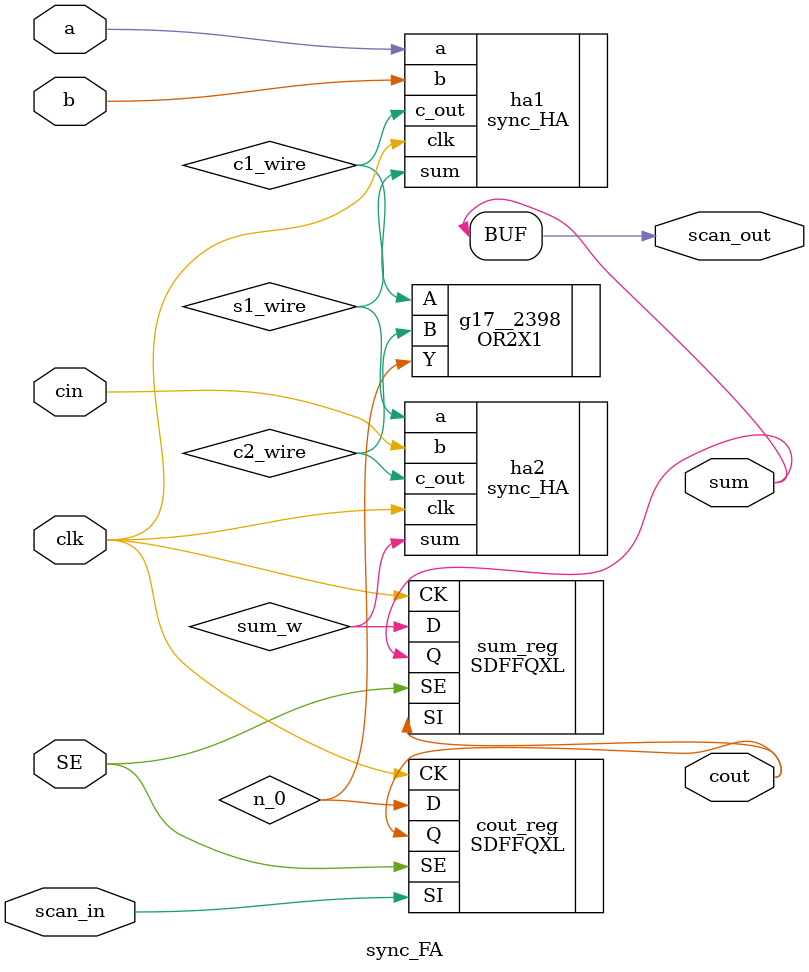
<source format=v>


// Verification Directory fv/sync_FA 

module sync_FA(a, b, cin, clk, sum, cout, SE, scan_in, scan_out);
  input a, b, cin, clk, SE, scan_in;
  output sum, cout, scan_out;
  wire a, b, cin, clk, SE, scan_in;
  wire sum, cout, scan_out;
  wire c1_wire, c2_wire, n_0, s1_wire, sum_w;
  assign scan_out = sum;
  sync_HA ha1(.a (a), .b (b), .clk (clk), .sum (s1_wire), .c_out
       (c1_wire));
  sync_HA ha2(.a (s1_wire), .b (cin), .clk (clk), .sum (sum_w), .c_out
       (c2_wire));
  SDFFQXL cout_reg(.CK (clk), .D (n_0), .SI (scan_in), .SE (SE), .Q
       (cout));
  SDFFQXL sum_reg(.CK (clk), .D (sum_w), .SI (cout), .SE (SE), .Q
       (sum));
  OR2X1 g17__2398(.A (c1_wire), .B (c2_wire), .Y (n_0));
endmodule


</source>
